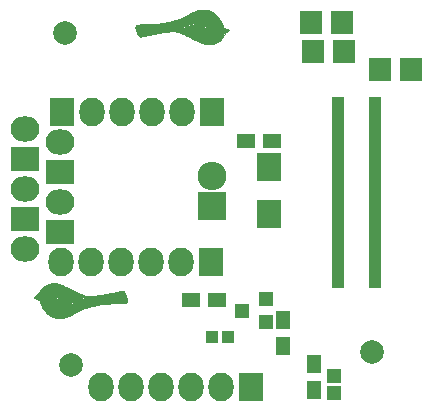
<source format=gts>
G04 #@! TF.FileFunction,Soldermask,Top*
%FSLAX46Y46*%
G04 Gerber Fmt 4.6, Leading zero omitted, Abs format (unit mm)*
G04 Created by KiCad (PCBNEW 4.0.1-stable) date Wednesday, March 23, 2016 'PMt' 11:14:25 PM*
%MOMM*%
G01*
G04 APERTURE LIST*
%ADD10C,0.100000*%
%ADD11C,0.010000*%
%ADD12C,2.000000*%
%ADD13O,2.432000X2.127200*%
%ADD14R,2.432000X2.127200*%
%ADD15R,1.901140X0.798780*%
%ADD16R,2.000000X2.400000*%
%ADD17R,1.197560X1.197560*%
%ADD18R,1.300000X1.600000*%
%ADD19R,2.127200X2.432000*%
%ADD20O,2.127200X2.432000*%
%ADD21R,2.432000X2.432000*%
%ADD22O,2.432000X2.432000*%
%ADD23R,1.100000X0.600000*%
%ADD24R,1.200100X1.200100*%
%ADD25R,1.600000X1.300000*%
%ADD26R,1.000000X1.100000*%
G04 APERTURE END LIST*
D10*
D11*
G36*
X147068969Y-95456897D02*
X147031134Y-95455122D01*
X146995237Y-95452050D01*
X146959588Y-95447549D01*
X146922501Y-95441488D01*
X146897463Y-95436774D01*
X146860495Y-95429127D01*
X146825230Y-95420944D01*
X146790622Y-95411892D01*
X146755624Y-95401636D01*
X146719191Y-95389844D01*
X146680278Y-95376182D01*
X146637839Y-95360316D01*
X146590827Y-95341912D01*
X146555263Y-95327594D01*
X146508042Y-95308195D01*
X146460102Y-95288057D01*
X146411041Y-95266989D01*
X146360453Y-95244801D01*
X146307934Y-95221305D01*
X146253079Y-95196311D01*
X146195486Y-95169628D01*
X146134749Y-95141068D01*
X146070464Y-95110441D01*
X146002227Y-95077558D01*
X145929635Y-95042228D01*
X145852281Y-95004263D01*
X145769764Y-94963472D01*
X145681677Y-94919667D01*
X145623915Y-94890823D01*
X145542201Y-94850036D01*
X145466268Y-94812302D01*
X145395642Y-94777404D01*
X145329851Y-94745125D01*
X145268423Y-94715248D01*
X145210885Y-94687556D01*
X145156765Y-94661833D01*
X145105591Y-94637862D01*
X145056889Y-94615425D01*
X145010189Y-94594305D01*
X144965018Y-94574286D01*
X144920903Y-94555152D01*
X144877371Y-94536684D01*
X144833951Y-94518666D01*
X144790171Y-94500881D01*
X144745557Y-94483112D01*
X144699637Y-94465143D01*
X144682458Y-94458491D01*
X144658476Y-94449207D01*
X144636212Y-94440545D01*
X144616652Y-94432891D01*
X144600781Y-94426634D01*
X144589586Y-94422160D01*
X144584216Y-94419930D01*
X144574168Y-94415427D01*
X144589302Y-94396151D01*
X144601111Y-94382098D01*
X144617080Y-94364518D01*
X144636079Y-94344551D01*
X144656977Y-94323337D01*
X144678643Y-94302014D01*
X144699945Y-94281723D01*
X144719754Y-94263603D01*
X144728319Y-94256080D01*
X144803898Y-94194961D01*
X144885648Y-94136762D01*
X144973253Y-94081625D01*
X145066399Y-94029694D01*
X145164769Y-93981114D01*
X145268048Y-93936027D01*
X145375921Y-93894578D01*
X145488072Y-93856909D01*
X145604186Y-93823165D01*
X145723946Y-93793490D01*
X145763722Y-93784719D01*
X145822747Y-93772433D01*
X145876586Y-93761987D01*
X145926795Y-93753123D01*
X145974926Y-93745587D01*
X146022531Y-93739123D01*
X146071165Y-93733474D01*
X146081222Y-93732412D01*
X146101268Y-93730815D01*
X146126488Y-93729562D01*
X146155561Y-93728652D01*
X146187167Y-93728087D01*
X146219986Y-93727866D01*
X146252697Y-93727989D01*
X146283980Y-93728457D01*
X146312515Y-93729270D01*
X146336981Y-93730428D01*
X146356059Y-93731931D01*
X146359917Y-93732371D01*
X146430413Y-93743641D01*
X146495332Y-93759223D01*
X146554686Y-93779125D01*
X146608489Y-93803358D01*
X146656754Y-93831929D01*
X146699494Y-93864848D01*
X146736725Y-93902125D01*
X146768458Y-93943767D01*
X146794708Y-93989784D01*
X146814186Y-94036444D01*
X146823436Y-94064664D01*
X146830050Y-94090210D01*
X146834389Y-94115330D01*
X146836811Y-94142274D01*
X146837677Y-94173290D01*
X146837689Y-94183310D01*
X146837494Y-94240217D01*
X146860459Y-94242570D01*
X146883423Y-94244922D01*
X146933181Y-94210990D01*
X146932739Y-94161641D01*
X146928754Y-94103410D01*
X146917973Y-94046659D01*
X146900573Y-93991805D01*
X146876733Y-93939268D01*
X146846631Y-93889464D01*
X146810446Y-93842812D01*
X146785226Y-93815845D01*
X146744590Y-93779000D01*
X146700860Y-93746629D01*
X146653528Y-93718509D01*
X146602089Y-93694416D01*
X146546034Y-93674127D01*
X146484857Y-93657416D01*
X146418052Y-93644062D01*
X146384611Y-93638887D01*
X146363545Y-93636611D01*
X146336697Y-93634815D01*
X146305325Y-93633500D01*
X146270685Y-93632666D01*
X146234034Y-93632312D01*
X146196631Y-93632438D01*
X146159731Y-93633044D01*
X146124593Y-93634130D01*
X146092474Y-93635697D01*
X146064630Y-93637743D01*
X146053000Y-93638912D01*
X145938753Y-93654085D01*
X145823621Y-93673945D01*
X145708476Y-93698230D01*
X145594191Y-93726679D01*
X145481641Y-93759031D01*
X145371697Y-93795025D01*
X145265234Y-93834400D01*
X145163124Y-93876894D01*
X145066240Y-93922246D01*
X145011392Y-93950502D01*
X144928282Y-93997249D01*
X144849342Y-94046369D01*
X144775019Y-94097513D01*
X144705759Y-94150332D01*
X144642007Y-94204478D01*
X144584209Y-94259603D01*
X144532812Y-94315357D01*
X144511120Y-94341520D01*
X144496411Y-94359428D01*
X144485353Y-94371741D01*
X144477679Y-94378733D01*
X144473122Y-94380678D01*
X144472894Y-94380627D01*
X144458318Y-94376988D01*
X144437871Y-94372861D01*
X144412704Y-94368412D01*
X144383971Y-94363807D01*
X144352826Y-94359213D01*
X144320421Y-94354796D01*
X144287909Y-94350724D01*
X144256444Y-94347163D01*
X144227179Y-94344280D01*
X144213264Y-94343107D01*
X144183004Y-94341370D01*
X144149491Y-94340689D01*
X144112279Y-94341091D01*
X144070925Y-94342602D01*
X144024983Y-94345250D01*
X143974009Y-94349062D01*
X143917559Y-94354063D01*
X143855188Y-94360281D01*
X143786452Y-94367744D01*
X143765236Y-94370147D01*
X143667304Y-94381961D01*
X143562890Y-94395747D01*
X143452274Y-94411456D01*
X143335733Y-94429038D01*
X143213546Y-94448441D01*
X143085989Y-94469614D01*
X142953343Y-94492508D01*
X142815883Y-94517072D01*
X142673890Y-94543254D01*
X142527640Y-94571005D01*
X142377412Y-94600273D01*
X142223483Y-94631009D01*
X142066133Y-94663160D01*
X141905639Y-94696678D01*
X141742279Y-94731511D01*
X141576331Y-94767608D01*
X141548028Y-94773834D01*
X141516495Y-94780732D01*
X141486427Y-94787213D01*
X141458674Y-94793101D01*
X141434087Y-94798220D01*
X141413516Y-94802393D01*
X141397814Y-94805444D01*
X141387830Y-94807196D01*
X141385750Y-94807480D01*
X141358371Y-94807397D01*
X141329403Y-94801802D01*
X141300663Y-94791360D01*
X141273968Y-94776737D01*
X141251137Y-94758600D01*
X141250423Y-94757903D01*
X141239666Y-94745542D01*
X141226441Y-94727416D01*
X141211127Y-94704218D01*
X141194102Y-94676638D01*
X141175747Y-94645367D01*
X141156438Y-94611098D01*
X141136556Y-94574521D01*
X141116479Y-94536329D01*
X141096585Y-94497211D01*
X141077253Y-94457861D01*
X141058863Y-94418969D01*
X141041792Y-94381226D01*
X141033062Y-94361112D01*
X141005582Y-94292172D01*
X140983705Y-94227247D01*
X140967436Y-94166369D01*
X140956780Y-94109572D01*
X140951742Y-94056888D01*
X140952326Y-94008350D01*
X140958538Y-93963992D01*
X140969697Y-93925645D01*
X140979279Y-93905383D01*
X140992842Y-93883470D01*
X141008641Y-93862372D01*
X141024928Y-93844559D01*
X141030911Y-93839140D01*
X141046300Y-93827229D01*
X141062919Y-93816713D01*
X141081311Y-93807482D01*
X141102022Y-93799426D01*
X141125594Y-93792435D01*
X141152573Y-93786398D01*
X141183502Y-93781206D01*
X141218926Y-93776748D01*
X141259388Y-93772914D01*
X141305433Y-93769595D01*
X141357604Y-93766679D01*
X141398097Y-93764818D01*
X141417868Y-93764039D01*
X141443696Y-93763124D01*
X141474584Y-93762103D01*
X141509536Y-93761006D01*
X141547554Y-93759863D01*
X141587643Y-93758706D01*
X141628805Y-93757563D01*
X141670044Y-93756466D01*
X141690903Y-93755930D01*
X141796868Y-93753135D01*
X141896377Y-93750272D01*
X141990029Y-93747312D01*
X142078424Y-93744226D01*
X142162160Y-93740984D01*
X142241838Y-93737556D01*
X142318056Y-93733914D01*
X142391413Y-93730028D01*
X142462509Y-93725868D01*
X142531944Y-93721405D01*
X142600317Y-93716610D01*
X142668226Y-93711452D01*
X142736271Y-93705904D01*
X142772167Y-93702832D01*
X142924575Y-93688516D01*
X143071084Y-93672499D01*
X143212686Y-93654574D01*
X143350371Y-93634538D01*
X143485131Y-93612187D01*
X143617958Y-93587314D01*
X143749844Y-93559717D01*
X143881779Y-93529189D01*
X144014756Y-93495527D01*
X144149766Y-93458526D01*
X144287801Y-93417982D01*
X144429851Y-93373689D01*
X144537819Y-93338484D01*
X144594471Y-93319585D01*
X144646899Y-93301819D01*
X144695676Y-93284921D01*
X144741373Y-93268623D01*
X144784563Y-93252660D01*
X144825816Y-93236765D01*
X144865705Y-93220673D01*
X144904801Y-93204116D01*
X144943675Y-93186830D01*
X144982901Y-93168548D01*
X145023048Y-93149003D01*
X145064690Y-93127929D01*
X145108398Y-93105061D01*
X145154743Y-93080131D01*
X145204297Y-93052875D01*
X145257632Y-93023025D01*
X145315320Y-92990316D01*
X145377932Y-92954481D01*
X145442694Y-92917185D01*
X145492887Y-92888257D01*
X145537657Y-92862550D01*
X145577661Y-92839702D01*
X145613555Y-92819352D01*
X145645994Y-92801137D01*
X145675635Y-92784697D01*
X145703134Y-92769670D01*
X145729147Y-92755693D01*
X145754330Y-92742406D01*
X145779338Y-92729446D01*
X145804828Y-92716451D01*
X145827222Y-92705180D01*
X145892539Y-92673259D01*
X145953326Y-92645298D01*
X146010631Y-92620936D01*
X146065499Y-92599812D01*
X146118978Y-92581564D01*
X146172115Y-92565831D01*
X146225957Y-92552252D01*
X146281551Y-92540463D01*
X146329025Y-92531906D01*
X146388301Y-92522525D01*
X146442886Y-92515151D01*
X146494804Y-92509623D01*
X146546074Y-92505777D01*
X146598721Y-92503450D01*
X146654766Y-92502478D01*
X146693292Y-92502491D01*
X146719880Y-92502691D01*
X146744924Y-92502949D01*
X146767330Y-92503249D01*
X146786003Y-92503574D01*
X146799851Y-92503908D01*
X146807777Y-92504233D01*
X146807944Y-92504245D01*
X146898991Y-92513260D01*
X146988800Y-92526904D01*
X147076515Y-92544958D01*
X147161282Y-92567202D01*
X147242244Y-92593417D01*
X147318545Y-92623381D01*
X147376209Y-92650183D01*
X147462043Y-92697081D01*
X147545670Y-92750623D01*
X147627012Y-92810727D01*
X147705994Y-92877310D01*
X147782539Y-92950292D01*
X147856571Y-93029589D01*
X147928015Y-93115121D01*
X147996793Y-93206804D01*
X148062829Y-93304558D01*
X148126048Y-93408299D01*
X148186373Y-93517947D01*
X148190700Y-93526254D01*
X148227707Y-93601266D01*
X148262221Y-93679011D01*
X148294600Y-93760420D01*
X148325202Y-93846426D01*
X148354388Y-93937961D01*
X148370890Y-93994242D01*
X148378457Y-94020831D01*
X148624194Y-94119956D01*
X148663671Y-94135931D01*
X148701187Y-94151209D01*
X148736234Y-94165578D01*
X148768306Y-94178827D01*
X148796898Y-94190743D01*
X148821502Y-94201113D01*
X148841612Y-94209726D01*
X148856722Y-94216370D01*
X148866326Y-94220832D01*
X148869917Y-94222899D01*
X148869931Y-94222945D01*
X148867356Y-94225822D01*
X148859885Y-94233035D01*
X148847902Y-94244238D01*
X148831787Y-94259083D01*
X148811922Y-94277224D01*
X148788690Y-94298314D01*
X148762471Y-94322006D01*
X148733649Y-94347952D01*
X148702605Y-94375807D01*
X148669720Y-94405222D01*
X148644153Y-94428034D01*
X148418375Y-94629259D01*
X148403997Y-94668978D01*
X148375662Y-94739052D01*
X148342414Y-94805955D01*
X148303848Y-94870293D01*
X148259555Y-94932676D01*
X148209130Y-94993713D01*
X148152165Y-95054010D01*
X148135776Y-95070083D01*
X148068462Y-95130261D01*
X147995870Y-95185941D01*
X147918266Y-95236990D01*
X147835914Y-95283278D01*
X147749079Y-95324670D01*
X147658026Y-95361036D01*
X147563021Y-95392242D01*
X147464329Y-95418158D01*
X147418250Y-95428166D01*
X147373853Y-95436803D01*
X147334131Y-95443573D01*
X147297021Y-95448705D01*
X147260460Y-95452428D01*
X147222386Y-95454971D01*
X147180735Y-95456561D01*
X147157194Y-95457084D01*
X147110426Y-95457507D01*
X147068969Y-95456897D01*
X147068969Y-95456897D01*
G37*
X147068969Y-95456897D02*
X147031134Y-95455122D01*
X146995237Y-95452050D01*
X146959588Y-95447549D01*
X146922501Y-95441488D01*
X146897463Y-95436774D01*
X146860495Y-95429127D01*
X146825230Y-95420944D01*
X146790622Y-95411892D01*
X146755624Y-95401636D01*
X146719191Y-95389844D01*
X146680278Y-95376182D01*
X146637839Y-95360316D01*
X146590827Y-95341912D01*
X146555263Y-95327594D01*
X146508042Y-95308195D01*
X146460102Y-95288057D01*
X146411041Y-95266989D01*
X146360453Y-95244801D01*
X146307934Y-95221305D01*
X146253079Y-95196311D01*
X146195486Y-95169628D01*
X146134749Y-95141068D01*
X146070464Y-95110441D01*
X146002227Y-95077558D01*
X145929635Y-95042228D01*
X145852281Y-95004263D01*
X145769764Y-94963472D01*
X145681677Y-94919667D01*
X145623915Y-94890823D01*
X145542201Y-94850036D01*
X145466268Y-94812302D01*
X145395642Y-94777404D01*
X145329851Y-94745125D01*
X145268423Y-94715248D01*
X145210885Y-94687556D01*
X145156765Y-94661833D01*
X145105591Y-94637862D01*
X145056889Y-94615425D01*
X145010189Y-94594305D01*
X144965018Y-94574286D01*
X144920903Y-94555152D01*
X144877371Y-94536684D01*
X144833951Y-94518666D01*
X144790171Y-94500881D01*
X144745557Y-94483112D01*
X144699637Y-94465143D01*
X144682458Y-94458491D01*
X144658476Y-94449207D01*
X144636212Y-94440545D01*
X144616652Y-94432891D01*
X144600781Y-94426634D01*
X144589586Y-94422160D01*
X144584216Y-94419930D01*
X144574168Y-94415427D01*
X144589302Y-94396151D01*
X144601111Y-94382098D01*
X144617080Y-94364518D01*
X144636079Y-94344551D01*
X144656977Y-94323337D01*
X144678643Y-94302014D01*
X144699945Y-94281723D01*
X144719754Y-94263603D01*
X144728319Y-94256080D01*
X144803898Y-94194961D01*
X144885648Y-94136762D01*
X144973253Y-94081625D01*
X145066399Y-94029694D01*
X145164769Y-93981114D01*
X145268048Y-93936027D01*
X145375921Y-93894578D01*
X145488072Y-93856909D01*
X145604186Y-93823165D01*
X145723946Y-93793490D01*
X145763722Y-93784719D01*
X145822747Y-93772433D01*
X145876586Y-93761987D01*
X145926795Y-93753123D01*
X145974926Y-93745587D01*
X146022531Y-93739123D01*
X146071165Y-93733474D01*
X146081222Y-93732412D01*
X146101268Y-93730815D01*
X146126488Y-93729562D01*
X146155561Y-93728652D01*
X146187167Y-93728087D01*
X146219986Y-93727866D01*
X146252697Y-93727989D01*
X146283980Y-93728457D01*
X146312515Y-93729270D01*
X146336981Y-93730428D01*
X146356059Y-93731931D01*
X146359917Y-93732371D01*
X146430413Y-93743641D01*
X146495332Y-93759223D01*
X146554686Y-93779125D01*
X146608489Y-93803358D01*
X146656754Y-93831929D01*
X146699494Y-93864848D01*
X146736725Y-93902125D01*
X146768458Y-93943767D01*
X146794708Y-93989784D01*
X146814186Y-94036444D01*
X146823436Y-94064664D01*
X146830050Y-94090210D01*
X146834389Y-94115330D01*
X146836811Y-94142274D01*
X146837677Y-94173290D01*
X146837689Y-94183310D01*
X146837494Y-94240217D01*
X146860459Y-94242570D01*
X146883423Y-94244922D01*
X146933181Y-94210990D01*
X146932739Y-94161641D01*
X146928754Y-94103410D01*
X146917973Y-94046659D01*
X146900573Y-93991805D01*
X146876733Y-93939268D01*
X146846631Y-93889464D01*
X146810446Y-93842812D01*
X146785226Y-93815845D01*
X146744590Y-93779000D01*
X146700860Y-93746629D01*
X146653528Y-93718509D01*
X146602089Y-93694416D01*
X146546034Y-93674127D01*
X146484857Y-93657416D01*
X146418052Y-93644062D01*
X146384611Y-93638887D01*
X146363545Y-93636611D01*
X146336697Y-93634815D01*
X146305325Y-93633500D01*
X146270685Y-93632666D01*
X146234034Y-93632312D01*
X146196631Y-93632438D01*
X146159731Y-93633044D01*
X146124593Y-93634130D01*
X146092474Y-93635697D01*
X146064630Y-93637743D01*
X146053000Y-93638912D01*
X145938753Y-93654085D01*
X145823621Y-93673945D01*
X145708476Y-93698230D01*
X145594191Y-93726679D01*
X145481641Y-93759031D01*
X145371697Y-93795025D01*
X145265234Y-93834400D01*
X145163124Y-93876894D01*
X145066240Y-93922246D01*
X145011392Y-93950502D01*
X144928282Y-93997249D01*
X144849342Y-94046369D01*
X144775019Y-94097513D01*
X144705759Y-94150332D01*
X144642007Y-94204478D01*
X144584209Y-94259603D01*
X144532812Y-94315357D01*
X144511120Y-94341520D01*
X144496411Y-94359428D01*
X144485353Y-94371741D01*
X144477679Y-94378733D01*
X144473122Y-94380678D01*
X144472894Y-94380627D01*
X144458318Y-94376988D01*
X144437871Y-94372861D01*
X144412704Y-94368412D01*
X144383971Y-94363807D01*
X144352826Y-94359213D01*
X144320421Y-94354796D01*
X144287909Y-94350724D01*
X144256444Y-94347163D01*
X144227179Y-94344280D01*
X144213264Y-94343107D01*
X144183004Y-94341370D01*
X144149491Y-94340689D01*
X144112279Y-94341091D01*
X144070925Y-94342602D01*
X144024983Y-94345250D01*
X143974009Y-94349062D01*
X143917559Y-94354063D01*
X143855188Y-94360281D01*
X143786452Y-94367744D01*
X143765236Y-94370147D01*
X143667304Y-94381961D01*
X143562890Y-94395747D01*
X143452274Y-94411456D01*
X143335733Y-94429038D01*
X143213546Y-94448441D01*
X143085989Y-94469614D01*
X142953343Y-94492508D01*
X142815883Y-94517072D01*
X142673890Y-94543254D01*
X142527640Y-94571005D01*
X142377412Y-94600273D01*
X142223483Y-94631009D01*
X142066133Y-94663160D01*
X141905639Y-94696678D01*
X141742279Y-94731511D01*
X141576331Y-94767608D01*
X141548028Y-94773834D01*
X141516495Y-94780732D01*
X141486427Y-94787213D01*
X141458674Y-94793101D01*
X141434087Y-94798220D01*
X141413516Y-94802393D01*
X141397814Y-94805444D01*
X141387830Y-94807196D01*
X141385750Y-94807480D01*
X141358371Y-94807397D01*
X141329403Y-94801802D01*
X141300663Y-94791360D01*
X141273968Y-94776737D01*
X141251137Y-94758600D01*
X141250423Y-94757903D01*
X141239666Y-94745542D01*
X141226441Y-94727416D01*
X141211127Y-94704218D01*
X141194102Y-94676638D01*
X141175747Y-94645367D01*
X141156438Y-94611098D01*
X141136556Y-94574521D01*
X141116479Y-94536329D01*
X141096585Y-94497211D01*
X141077253Y-94457861D01*
X141058863Y-94418969D01*
X141041792Y-94381226D01*
X141033062Y-94361112D01*
X141005582Y-94292172D01*
X140983705Y-94227247D01*
X140967436Y-94166369D01*
X140956780Y-94109572D01*
X140951742Y-94056888D01*
X140952326Y-94008350D01*
X140958538Y-93963992D01*
X140969697Y-93925645D01*
X140979279Y-93905383D01*
X140992842Y-93883470D01*
X141008641Y-93862372D01*
X141024928Y-93844559D01*
X141030911Y-93839140D01*
X141046300Y-93827229D01*
X141062919Y-93816713D01*
X141081311Y-93807482D01*
X141102022Y-93799426D01*
X141125594Y-93792435D01*
X141152573Y-93786398D01*
X141183502Y-93781206D01*
X141218926Y-93776748D01*
X141259388Y-93772914D01*
X141305433Y-93769595D01*
X141357604Y-93766679D01*
X141398097Y-93764818D01*
X141417868Y-93764039D01*
X141443696Y-93763124D01*
X141474584Y-93762103D01*
X141509536Y-93761006D01*
X141547554Y-93759863D01*
X141587643Y-93758706D01*
X141628805Y-93757563D01*
X141670044Y-93756466D01*
X141690903Y-93755930D01*
X141796868Y-93753135D01*
X141896377Y-93750272D01*
X141990029Y-93747312D01*
X142078424Y-93744226D01*
X142162160Y-93740984D01*
X142241838Y-93737556D01*
X142318056Y-93733914D01*
X142391413Y-93730028D01*
X142462509Y-93725868D01*
X142531944Y-93721405D01*
X142600317Y-93716610D01*
X142668226Y-93711452D01*
X142736271Y-93705904D01*
X142772167Y-93702832D01*
X142924575Y-93688516D01*
X143071084Y-93672499D01*
X143212686Y-93654574D01*
X143350371Y-93634538D01*
X143485131Y-93612187D01*
X143617958Y-93587314D01*
X143749844Y-93559717D01*
X143881779Y-93529189D01*
X144014756Y-93495527D01*
X144149766Y-93458526D01*
X144287801Y-93417982D01*
X144429851Y-93373689D01*
X144537819Y-93338484D01*
X144594471Y-93319585D01*
X144646899Y-93301819D01*
X144695676Y-93284921D01*
X144741373Y-93268623D01*
X144784563Y-93252660D01*
X144825816Y-93236765D01*
X144865705Y-93220673D01*
X144904801Y-93204116D01*
X144943675Y-93186830D01*
X144982901Y-93168548D01*
X145023048Y-93149003D01*
X145064690Y-93127929D01*
X145108398Y-93105061D01*
X145154743Y-93080131D01*
X145204297Y-93052875D01*
X145257632Y-93023025D01*
X145315320Y-92990316D01*
X145377932Y-92954481D01*
X145442694Y-92917185D01*
X145492887Y-92888257D01*
X145537657Y-92862550D01*
X145577661Y-92839702D01*
X145613555Y-92819352D01*
X145645994Y-92801137D01*
X145675635Y-92784697D01*
X145703134Y-92769670D01*
X145729147Y-92755693D01*
X145754330Y-92742406D01*
X145779338Y-92729446D01*
X145804828Y-92716451D01*
X145827222Y-92705180D01*
X145892539Y-92673259D01*
X145953326Y-92645298D01*
X146010631Y-92620936D01*
X146065499Y-92599812D01*
X146118978Y-92581564D01*
X146172115Y-92565831D01*
X146225957Y-92552252D01*
X146281551Y-92540463D01*
X146329025Y-92531906D01*
X146388301Y-92522525D01*
X146442886Y-92515151D01*
X146494804Y-92509623D01*
X146546074Y-92505777D01*
X146598721Y-92503450D01*
X146654766Y-92502478D01*
X146693292Y-92502491D01*
X146719880Y-92502691D01*
X146744924Y-92502949D01*
X146767330Y-92503249D01*
X146786003Y-92503574D01*
X146799851Y-92503908D01*
X146807777Y-92504233D01*
X146807944Y-92504245D01*
X146898991Y-92513260D01*
X146988800Y-92526904D01*
X147076515Y-92544958D01*
X147161282Y-92567202D01*
X147242244Y-92593417D01*
X147318545Y-92623381D01*
X147376209Y-92650183D01*
X147462043Y-92697081D01*
X147545670Y-92750623D01*
X147627012Y-92810727D01*
X147705994Y-92877310D01*
X147782539Y-92950292D01*
X147856571Y-93029589D01*
X147928015Y-93115121D01*
X147996793Y-93206804D01*
X148062829Y-93304558D01*
X148126048Y-93408299D01*
X148186373Y-93517947D01*
X148190700Y-93526254D01*
X148227707Y-93601266D01*
X148262221Y-93679011D01*
X148294600Y-93760420D01*
X148325202Y-93846426D01*
X148354388Y-93937961D01*
X148370890Y-93994242D01*
X148378457Y-94020831D01*
X148624194Y-94119956D01*
X148663671Y-94135931D01*
X148701187Y-94151209D01*
X148736234Y-94165578D01*
X148768306Y-94178827D01*
X148796898Y-94190743D01*
X148821502Y-94201113D01*
X148841612Y-94209726D01*
X148856722Y-94216370D01*
X148866326Y-94220832D01*
X148869917Y-94222899D01*
X148869931Y-94222945D01*
X148867356Y-94225822D01*
X148859885Y-94233035D01*
X148847902Y-94244238D01*
X148831787Y-94259083D01*
X148811922Y-94277224D01*
X148788690Y-94298314D01*
X148762471Y-94322006D01*
X148733649Y-94347952D01*
X148702605Y-94375807D01*
X148669720Y-94405222D01*
X148644153Y-94428034D01*
X148418375Y-94629259D01*
X148403997Y-94668978D01*
X148375662Y-94739052D01*
X148342414Y-94805955D01*
X148303848Y-94870293D01*
X148259555Y-94932676D01*
X148209130Y-94993713D01*
X148152165Y-95054010D01*
X148135776Y-95070083D01*
X148068462Y-95130261D01*
X147995870Y-95185941D01*
X147918266Y-95236990D01*
X147835914Y-95283278D01*
X147749079Y-95324670D01*
X147658026Y-95361036D01*
X147563021Y-95392242D01*
X147464329Y-95418158D01*
X147418250Y-95428166D01*
X147373853Y-95436803D01*
X147334131Y-95443573D01*
X147297021Y-95448705D01*
X147260460Y-95452428D01*
X147222386Y-95454971D01*
X147180735Y-95456561D01*
X147157194Y-95457084D01*
X147110426Y-95457507D01*
X147068969Y-95456897D01*
G36*
X134125029Y-115670793D02*
X134162864Y-115672568D01*
X134198761Y-115675640D01*
X134234410Y-115680141D01*
X134271497Y-115686202D01*
X134296535Y-115690916D01*
X134333503Y-115698563D01*
X134368768Y-115706746D01*
X134403376Y-115715798D01*
X134438374Y-115726054D01*
X134474807Y-115737846D01*
X134513720Y-115751508D01*
X134556159Y-115767374D01*
X134603171Y-115785778D01*
X134638735Y-115800096D01*
X134685956Y-115819495D01*
X134733896Y-115839633D01*
X134782957Y-115860701D01*
X134833545Y-115882889D01*
X134886064Y-115906385D01*
X134940919Y-115931379D01*
X134998512Y-115958062D01*
X135059249Y-115986622D01*
X135123534Y-116017249D01*
X135191771Y-116050132D01*
X135264363Y-116085462D01*
X135341717Y-116123427D01*
X135424234Y-116164218D01*
X135512321Y-116208023D01*
X135570083Y-116236867D01*
X135651797Y-116277654D01*
X135727730Y-116315388D01*
X135798356Y-116350286D01*
X135864147Y-116382565D01*
X135925575Y-116412442D01*
X135983113Y-116440134D01*
X136037233Y-116465857D01*
X136088407Y-116489828D01*
X136137109Y-116512265D01*
X136183809Y-116533385D01*
X136228980Y-116553404D01*
X136273095Y-116572538D01*
X136316627Y-116591006D01*
X136360047Y-116609024D01*
X136403827Y-116626809D01*
X136448441Y-116644578D01*
X136494361Y-116662547D01*
X136511540Y-116669199D01*
X136535522Y-116678483D01*
X136557786Y-116687145D01*
X136577346Y-116694799D01*
X136593217Y-116701056D01*
X136604412Y-116705530D01*
X136609782Y-116707760D01*
X136619830Y-116712263D01*
X136604696Y-116731539D01*
X136592887Y-116745592D01*
X136576918Y-116763172D01*
X136557919Y-116783139D01*
X136537021Y-116804353D01*
X136515355Y-116825676D01*
X136494053Y-116845967D01*
X136474244Y-116864087D01*
X136465679Y-116871610D01*
X136390100Y-116932729D01*
X136308350Y-116990928D01*
X136220745Y-117046065D01*
X136127599Y-117097996D01*
X136029229Y-117146576D01*
X135925950Y-117191663D01*
X135818077Y-117233112D01*
X135705926Y-117270781D01*
X135589812Y-117304525D01*
X135470052Y-117334200D01*
X135430276Y-117342971D01*
X135371251Y-117355257D01*
X135317412Y-117365703D01*
X135267203Y-117374567D01*
X135219072Y-117382103D01*
X135171467Y-117388567D01*
X135122833Y-117394216D01*
X135112776Y-117395278D01*
X135092730Y-117396875D01*
X135067510Y-117398128D01*
X135038437Y-117399038D01*
X135006831Y-117399603D01*
X134974012Y-117399824D01*
X134941301Y-117399701D01*
X134910018Y-117399233D01*
X134881483Y-117398420D01*
X134857017Y-117397262D01*
X134837939Y-117395759D01*
X134834081Y-117395319D01*
X134763585Y-117384049D01*
X134698666Y-117368467D01*
X134639312Y-117348565D01*
X134585509Y-117324332D01*
X134537244Y-117295761D01*
X134494504Y-117262842D01*
X134457273Y-117225565D01*
X134425540Y-117183923D01*
X134399290Y-117137906D01*
X134379812Y-117091246D01*
X134370562Y-117063026D01*
X134363948Y-117037480D01*
X134359609Y-117012360D01*
X134357187Y-116985416D01*
X134356321Y-116954400D01*
X134356309Y-116944380D01*
X134356504Y-116887473D01*
X134333539Y-116885120D01*
X134310575Y-116882768D01*
X134260817Y-116916700D01*
X134261259Y-116966049D01*
X134265244Y-117024280D01*
X134276025Y-117081031D01*
X134293425Y-117135885D01*
X134317265Y-117188422D01*
X134347367Y-117238226D01*
X134383552Y-117284878D01*
X134408772Y-117311845D01*
X134449408Y-117348690D01*
X134493138Y-117381061D01*
X134540470Y-117409181D01*
X134591909Y-117433274D01*
X134647964Y-117453563D01*
X134709141Y-117470274D01*
X134775946Y-117483628D01*
X134809387Y-117488803D01*
X134830453Y-117491079D01*
X134857301Y-117492875D01*
X134888673Y-117494190D01*
X134923313Y-117495024D01*
X134959964Y-117495378D01*
X134997367Y-117495252D01*
X135034267Y-117494646D01*
X135069405Y-117493560D01*
X135101524Y-117491993D01*
X135129368Y-117489947D01*
X135140998Y-117488778D01*
X135255245Y-117473605D01*
X135370377Y-117453745D01*
X135485522Y-117429460D01*
X135599807Y-117401011D01*
X135712357Y-117368659D01*
X135822301Y-117332665D01*
X135928764Y-117293290D01*
X136030874Y-117250796D01*
X136127758Y-117205444D01*
X136182606Y-117177188D01*
X136265716Y-117130441D01*
X136344656Y-117081321D01*
X136418979Y-117030177D01*
X136488239Y-116977358D01*
X136551991Y-116923212D01*
X136609789Y-116868087D01*
X136661186Y-116812333D01*
X136682878Y-116786170D01*
X136697587Y-116768262D01*
X136708645Y-116755949D01*
X136716319Y-116748957D01*
X136720876Y-116747012D01*
X136721104Y-116747063D01*
X136735680Y-116750702D01*
X136756127Y-116754829D01*
X136781294Y-116759278D01*
X136810027Y-116763883D01*
X136841172Y-116768477D01*
X136873577Y-116772894D01*
X136906089Y-116776966D01*
X136937554Y-116780527D01*
X136966819Y-116783410D01*
X136980734Y-116784583D01*
X137010994Y-116786320D01*
X137044507Y-116787001D01*
X137081719Y-116786599D01*
X137123073Y-116785088D01*
X137169015Y-116782440D01*
X137219989Y-116778628D01*
X137276439Y-116773627D01*
X137338810Y-116767409D01*
X137407546Y-116759946D01*
X137428762Y-116757543D01*
X137526694Y-116745729D01*
X137631108Y-116731943D01*
X137741724Y-116716234D01*
X137858265Y-116698652D01*
X137980452Y-116679249D01*
X138108009Y-116658076D01*
X138240655Y-116635182D01*
X138378115Y-116610618D01*
X138520108Y-116584436D01*
X138666358Y-116556685D01*
X138816586Y-116527417D01*
X138970515Y-116496681D01*
X139127865Y-116464530D01*
X139288359Y-116431012D01*
X139451719Y-116396179D01*
X139617667Y-116360082D01*
X139645970Y-116353856D01*
X139677503Y-116346958D01*
X139707571Y-116340477D01*
X139735324Y-116334589D01*
X139759911Y-116329470D01*
X139780482Y-116325297D01*
X139796184Y-116322246D01*
X139806168Y-116320494D01*
X139808248Y-116320210D01*
X139835627Y-116320293D01*
X139864595Y-116325888D01*
X139893335Y-116336330D01*
X139920030Y-116350953D01*
X139942861Y-116369090D01*
X139943575Y-116369787D01*
X139954332Y-116382148D01*
X139967557Y-116400274D01*
X139982871Y-116423472D01*
X139999896Y-116451052D01*
X140018251Y-116482323D01*
X140037560Y-116516592D01*
X140057442Y-116553169D01*
X140077519Y-116591361D01*
X140097413Y-116630479D01*
X140116745Y-116669829D01*
X140135135Y-116708721D01*
X140152206Y-116746464D01*
X140160936Y-116766578D01*
X140188416Y-116835518D01*
X140210293Y-116900443D01*
X140226562Y-116961321D01*
X140237218Y-117018118D01*
X140242256Y-117070802D01*
X140241672Y-117119340D01*
X140235460Y-117163698D01*
X140224301Y-117202045D01*
X140214719Y-117222307D01*
X140201156Y-117244220D01*
X140185357Y-117265318D01*
X140169070Y-117283131D01*
X140163087Y-117288550D01*
X140147698Y-117300461D01*
X140131079Y-117310977D01*
X140112687Y-117320208D01*
X140091976Y-117328264D01*
X140068404Y-117335255D01*
X140041425Y-117341292D01*
X140010496Y-117346484D01*
X139975072Y-117350942D01*
X139934610Y-117354776D01*
X139888565Y-117358095D01*
X139836394Y-117361011D01*
X139795901Y-117362872D01*
X139776130Y-117363651D01*
X139750302Y-117364566D01*
X139719414Y-117365587D01*
X139684462Y-117366684D01*
X139646444Y-117367827D01*
X139606355Y-117368984D01*
X139565193Y-117370127D01*
X139523954Y-117371224D01*
X139503095Y-117371760D01*
X139397130Y-117374555D01*
X139297621Y-117377418D01*
X139203969Y-117380378D01*
X139115574Y-117383464D01*
X139031838Y-117386706D01*
X138952160Y-117390134D01*
X138875942Y-117393776D01*
X138802585Y-117397662D01*
X138731489Y-117401822D01*
X138662054Y-117406285D01*
X138593681Y-117411080D01*
X138525772Y-117416238D01*
X138457727Y-117421786D01*
X138421831Y-117424858D01*
X138269423Y-117439174D01*
X138122914Y-117455191D01*
X137981312Y-117473116D01*
X137843627Y-117493152D01*
X137708867Y-117515503D01*
X137576040Y-117540376D01*
X137444154Y-117567973D01*
X137312219Y-117598501D01*
X137179242Y-117632163D01*
X137044232Y-117669164D01*
X136906197Y-117709708D01*
X136764147Y-117754001D01*
X136656179Y-117789206D01*
X136599527Y-117808105D01*
X136547099Y-117825871D01*
X136498322Y-117842769D01*
X136452625Y-117859067D01*
X136409435Y-117875030D01*
X136368182Y-117890925D01*
X136328293Y-117907017D01*
X136289197Y-117923574D01*
X136250323Y-117940860D01*
X136211097Y-117959142D01*
X136170950Y-117978687D01*
X136129308Y-117999761D01*
X136085600Y-118022629D01*
X136039255Y-118047559D01*
X135989701Y-118074815D01*
X135936366Y-118104665D01*
X135878678Y-118137374D01*
X135816066Y-118173209D01*
X135751304Y-118210505D01*
X135701111Y-118239433D01*
X135656341Y-118265140D01*
X135616337Y-118287988D01*
X135580443Y-118308338D01*
X135548004Y-118326553D01*
X135518363Y-118342993D01*
X135490864Y-118358020D01*
X135464851Y-118371997D01*
X135439668Y-118385284D01*
X135414660Y-118398244D01*
X135389170Y-118411239D01*
X135366776Y-118422510D01*
X135301459Y-118454431D01*
X135240672Y-118482392D01*
X135183367Y-118506754D01*
X135128499Y-118527878D01*
X135075020Y-118546126D01*
X135021883Y-118561859D01*
X134968041Y-118575438D01*
X134912447Y-118587227D01*
X134864973Y-118595784D01*
X134805697Y-118605165D01*
X134751112Y-118612539D01*
X134699194Y-118618067D01*
X134647924Y-118621913D01*
X134595277Y-118624240D01*
X134539232Y-118625212D01*
X134500706Y-118625199D01*
X134474118Y-118624999D01*
X134449074Y-118624741D01*
X134426668Y-118624441D01*
X134407995Y-118624116D01*
X134394147Y-118623782D01*
X134386221Y-118623457D01*
X134386054Y-118623445D01*
X134295007Y-118614430D01*
X134205198Y-118600786D01*
X134117483Y-118582732D01*
X134032716Y-118560488D01*
X133951754Y-118534273D01*
X133875453Y-118504309D01*
X133817789Y-118477507D01*
X133731955Y-118430609D01*
X133648328Y-118377067D01*
X133566986Y-118316963D01*
X133488004Y-118250380D01*
X133411459Y-118177398D01*
X133337427Y-118098101D01*
X133265983Y-118012569D01*
X133197205Y-117920886D01*
X133131169Y-117823132D01*
X133067950Y-117719391D01*
X133007625Y-117609743D01*
X133003298Y-117601436D01*
X132966291Y-117526424D01*
X132931777Y-117448679D01*
X132899398Y-117367270D01*
X132868796Y-117281264D01*
X132839610Y-117189729D01*
X132823108Y-117133448D01*
X132815541Y-117106859D01*
X132569804Y-117007734D01*
X132530327Y-116991759D01*
X132492811Y-116976481D01*
X132457764Y-116962112D01*
X132425692Y-116948863D01*
X132397100Y-116936947D01*
X132372496Y-116926577D01*
X132352386Y-116917964D01*
X132337276Y-116911320D01*
X132327672Y-116906858D01*
X132324081Y-116904791D01*
X132324067Y-116904745D01*
X132326642Y-116901868D01*
X132334113Y-116894655D01*
X132346096Y-116883452D01*
X132362211Y-116868607D01*
X132382076Y-116850466D01*
X132405308Y-116829376D01*
X132431527Y-116805684D01*
X132460349Y-116779738D01*
X132491393Y-116751883D01*
X132524278Y-116722468D01*
X132549845Y-116699656D01*
X132775623Y-116498431D01*
X132790001Y-116458712D01*
X132818336Y-116388638D01*
X132851584Y-116321735D01*
X132890150Y-116257397D01*
X132934443Y-116195014D01*
X132984868Y-116133977D01*
X133041833Y-116073680D01*
X133058222Y-116057607D01*
X133125536Y-115997429D01*
X133198128Y-115941749D01*
X133275732Y-115890700D01*
X133358084Y-115844412D01*
X133444919Y-115803020D01*
X133535972Y-115766654D01*
X133630977Y-115735448D01*
X133729669Y-115709532D01*
X133775748Y-115699524D01*
X133820145Y-115690887D01*
X133859867Y-115684117D01*
X133896977Y-115678985D01*
X133933538Y-115675262D01*
X133971612Y-115672719D01*
X134013263Y-115671129D01*
X134036804Y-115670606D01*
X134083572Y-115670183D01*
X134125029Y-115670793D01*
X134125029Y-115670793D01*
G37*
X134125029Y-115670793D02*
X134162864Y-115672568D01*
X134198761Y-115675640D01*
X134234410Y-115680141D01*
X134271497Y-115686202D01*
X134296535Y-115690916D01*
X134333503Y-115698563D01*
X134368768Y-115706746D01*
X134403376Y-115715798D01*
X134438374Y-115726054D01*
X134474807Y-115737846D01*
X134513720Y-115751508D01*
X134556159Y-115767374D01*
X134603171Y-115785778D01*
X134638735Y-115800096D01*
X134685956Y-115819495D01*
X134733896Y-115839633D01*
X134782957Y-115860701D01*
X134833545Y-115882889D01*
X134886064Y-115906385D01*
X134940919Y-115931379D01*
X134998512Y-115958062D01*
X135059249Y-115986622D01*
X135123534Y-116017249D01*
X135191771Y-116050132D01*
X135264363Y-116085462D01*
X135341717Y-116123427D01*
X135424234Y-116164218D01*
X135512321Y-116208023D01*
X135570083Y-116236867D01*
X135651797Y-116277654D01*
X135727730Y-116315388D01*
X135798356Y-116350286D01*
X135864147Y-116382565D01*
X135925575Y-116412442D01*
X135983113Y-116440134D01*
X136037233Y-116465857D01*
X136088407Y-116489828D01*
X136137109Y-116512265D01*
X136183809Y-116533385D01*
X136228980Y-116553404D01*
X136273095Y-116572538D01*
X136316627Y-116591006D01*
X136360047Y-116609024D01*
X136403827Y-116626809D01*
X136448441Y-116644578D01*
X136494361Y-116662547D01*
X136511540Y-116669199D01*
X136535522Y-116678483D01*
X136557786Y-116687145D01*
X136577346Y-116694799D01*
X136593217Y-116701056D01*
X136604412Y-116705530D01*
X136609782Y-116707760D01*
X136619830Y-116712263D01*
X136604696Y-116731539D01*
X136592887Y-116745592D01*
X136576918Y-116763172D01*
X136557919Y-116783139D01*
X136537021Y-116804353D01*
X136515355Y-116825676D01*
X136494053Y-116845967D01*
X136474244Y-116864087D01*
X136465679Y-116871610D01*
X136390100Y-116932729D01*
X136308350Y-116990928D01*
X136220745Y-117046065D01*
X136127599Y-117097996D01*
X136029229Y-117146576D01*
X135925950Y-117191663D01*
X135818077Y-117233112D01*
X135705926Y-117270781D01*
X135589812Y-117304525D01*
X135470052Y-117334200D01*
X135430276Y-117342971D01*
X135371251Y-117355257D01*
X135317412Y-117365703D01*
X135267203Y-117374567D01*
X135219072Y-117382103D01*
X135171467Y-117388567D01*
X135122833Y-117394216D01*
X135112776Y-117395278D01*
X135092730Y-117396875D01*
X135067510Y-117398128D01*
X135038437Y-117399038D01*
X135006831Y-117399603D01*
X134974012Y-117399824D01*
X134941301Y-117399701D01*
X134910018Y-117399233D01*
X134881483Y-117398420D01*
X134857017Y-117397262D01*
X134837939Y-117395759D01*
X134834081Y-117395319D01*
X134763585Y-117384049D01*
X134698666Y-117368467D01*
X134639312Y-117348565D01*
X134585509Y-117324332D01*
X134537244Y-117295761D01*
X134494504Y-117262842D01*
X134457273Y-117225565D01*
X134425540Y-117183923D01*
X134399290Y-117137906D01*
X134379812Y-117091246D01*
X134370562Y-117063026D01*
X134363948Y-117037480D01*
X134359609Y-117012360D01*
X134357187Y-116985416D01*
X134356321Y-116954400D01*
X134356309Y-116944380D01*
X134356504Y-116887473D01*
X134333539Y-116885120D01*
X134310575Y-116882768D01*
X134260817Y-116916700D01*
X134261259Y-116966049D01*
X134265244Y-117024280D01*
X134276025Y-117081031D01*
X134293425Y-117135885D01*
X134317265Y-117188422D01*
X134347367Y-117238226D01*
X134383552Y-117284878D01*
X134408772Y-117311845D01*
X134449408Y-117348690D01*
X134493138Y-117381061D01*
X134540470Y-117409181D01*
X134591909Y-117433274D01*
X134647964Y-117453563D01*
X134709141Y-117470274D01*
X134775946Y-117483628D01*
X134809387Y-117488803D01*
X134830453Y-117491079D01*
X134857301Y-117492875D01*
X134888673Y-117494190D01*
X134923313Y-117495024D01*
X134959964Y-117495378D01*
X134997367Y-117495252D01*
X135034267Y-117494646D01*
X135069405Y-117493560D01*
X135101524Y-117491993D01*
X135129368Y-117489947D01*
X135140998Y-117488778D01*
X135255245Y-117473605D01*
X135370377Y-117453745D01*
X135485522Y-117429460D01*
X135599807Y-117401011D01*
X135712357Y-117368659D01*
X135822301Y-117332665D01*
X135928764Y-117293290D01*
X136030874Y-117250796D01*
X136127758Y-117205444D01*
X136182606Y-117177188D01*
X136265716Y-117130441D01*
X136344656Y-117081321D01*
X136418979Y-117030177D01*
X136488239Y-116977358D01*
X136551991Y-116923212D01*
X136609789Y-116868087D01*
X136661186Y-116812333D01*
X136682878Y-116786170D01*
X136697587Y-116768262D01*
X136708645Y-116755949D01*
X136716319Y-116748957D01*
X136720876Y-116747012D01*
X136721104Y-116747063D01*
X136735680Y-116750702D01*
X136756127Y-116754829D01*
X136781294Y-116759278D01*
X136810027Y-116763883D01*
X136841172Y-116768477D01*
X136873577Y-116772894D01*
X136906089Y-116776966D01*
X136937554Y-116780527D01*
X136966819Y-116783410D01*
X136980734Y-116784583D01*
X137010994Y-116786320D01*
X137044507Y-116787001D01*
X137081719Y-116786599D01*
X137123073Y-116785088D01*
X137169015Y-116782440D01*
X137219989Y-116778628D01*
X137276439Y-116773627D01*
X137338810Y-116767409D01*
X137407546Y-116759946D01*
X137428762Y-116757543D01*
X137526694Y-116745729D01*
X137631108Y-116731943D01*
X137741724Y-116716234D01*
X137858265Y-116698652D01*
X137980452Y-116679249D01*
X138108009Y-116658076D01*
X138240655Y-116635182D01*
X138378115Y-116610618D01*
X138520108Y-116584436D01*
X138666358Y-116556685D01*
X138816586Y-116527417D01*
X138970515Y-116496681D01*
X139127865Y-116464530D01*
X139288359Y-116431012D01*
X139451719Y-116396179D01*
X139617667Y-116360082D01*
X139645970Y-116353856D01*
X139677503Y-116346958D01*
X139707571Y-116340477D01*
X139735324Y-116334589D01*
X139759911Y-116329470D01*
X139780482Y-116325297D01*
X139796184Y-116322246D01*
X139806168Y-116320494D01*
X139808248Y-116320210D01*
X139835627Y-116320293D01*
X139864595Y-116325888D01*
X139893335Y-116336330D01*
X139920030Y-116350953D01*
X139942861Y-116369090D01*
X139943575Y-116369787D01*
X139954332Y-116382148D01*
X139967557Y-116400274D01*
X139982871Y-116423472D01*
X139999896Y-116451052D01*
X140018251Y-116482323D01*
X140037560Y-116516592D01*
X140057442Y-116553169D01*
X140077519Y-116591361D01*
X140097413Y-116630479D01*
X140116745Y-116669829D01*
X140135135Y-116708721D01*
X140152206Y-116746464D01*
X140160936Y-116766578D01*
X140188416Y-116835518D01*
X140210293Y-116900443D01*
X140226562Y-116961321D01*
X140237218Y-117018118D01*
X140242256Y-117070802D01*
X140241672Y-117119340D01*
X140235460Y-117163698D01*
X140224301Y-117202045D01*
X140214719Y-117222307D01*
X140201156Y-117244220D01*
X140185357Y-117265318D01*
X140169070Y-117283131D01*
X140163087Y-117288550D01*
X140147698Y-117300461D01*
X140131079Y-117310977D01*
X140112687Y-117320208D01*
X140091976Y-117328264D01*
X140068404Y-117335255D01*
X140041425Y-117341292D01*
X140010496Y-117346484D01*
X139975072Y-117350942D01*
X139934610Y-117354776D01*
X139888565Y-117358095D01*
X139836394Y-117361011D01*
X139795901Y-117362872D01*
X139776130Y-117363651D01*
X139750302Y-117364566D01*
X139719414Y-117365587D01*
X139684462Y-117366684D01*
X139646444Y-117367827D01*
X139606355Y-117368984D01*
X139565193Y-117370127D01*
X139523954Y-117371224D01*
X139503095Y-117371760D01*
X139397130Y-117374555D01*
X139297621Y-117377418D01*
X139203969Y-117380378D01*
X139115574Y-117383464D01*
X139031838Y-117386706D01*
X138952160Y-117390134D01*
X138875942Y-117393776D01*
X138802585Y-117397662D01*
X138731489Y-117401822D01*
X138662054Y-117406285D01*
X138593681Y-117411080D01*
X138525772Y-117416238D01*
X138457727Y-117421786D01*
X138421831Y-117424858D01*
X138269423Y-117439174D01*
X138122914Y-117455191D01*
X137981312Y-117473116D01*
X137843627Y-117493152D01*
X137708867Y-117515503D01*
X137576040Y-117540376D01*
X137444154Y-117567973D01*
X137312219Y-117598501D01*
X137179242Y-117632163D01*
X137044232Y-117669164D01*
X136906197Y-117709708D01*
X136764147Y-117754001D01*
X136656179Y-117789206D01*
X136599527Y-117808105D01*
X136547099Y-117825871D01*
X136498322Y-117842769D01*
X136452625Y-117859067D01*
X136409435Y-117875030D01*
X136368182Y-117890925D01*
X136328293Y-117907017D01*
X136289197Y-117923574D01*
X136250323Y-117940860D01*
X136211097Y-117959142D01*
X136170950Y-117978687D01*
X136129308Y-117999761D01*
X136085600Y-118022629D01*
X136039255Y-118047559D01*
X135989701Y-118074815D01*
X135936366Y-118104665D01*
X135878678Y-118137374D01*
X135816066Y-118173209D01*
X135751304Y-118210505D01*
X135701111Y-118239433D01*
X135656341Y-118265140D01*
X135616337Y-118287988D01*
X135580443Y-118308338D01*
X135548004Y-118326553D01*
X135518363Y-118342993D01*
X135490864Y-118358020D01*
X135464851Y-118371997D01*
X135439668Y-118385284D01*
X135414660Y-118398244D01*
X135389170Y-118411239D01*
X135366776Y-118422510D01*
X135301459Y-118454431D01*
X135240672Y-118482392D01*
X135183367Y-118506754D01*
X135128499Y-118527878D01*
X135075020Y-118546126D01*
X135021883Y-118561859D01*
X134968041Y-118575438D01*
X134912447Y-118587227D01*
X134864973Y-118595784D01*
X134805697Y-118605165D01*
X134751112Y-118612539D01*
X134699194Y-118618067D01*
X134647924Y-118621913D01*
X134595277Y-118624240D01*
X134539232Y-118625212D01*
X134500706Y-118625199D01*
X134474118Y-118624999D01*
X134449074Y-118624741D01*
X134426668Y-118624441D01*
X134407995Y-118624116D01*
X134394147Y-118623782D01*
X134386221Y-118623457D01*
X134386054Y-118623445D01*
X134295007Y-118614430D01*
X134205198Y-118600786D01*
X134117483Y-118582732D01*
X134032716Y-118560488D01*
X133951754Y-118534273D01*
X133875453Y-118504309D01*
X133817789Y-118477507D01*
X133731955Y-118430609D01*
X133648328Y-118377067D01*
X133566986Y-118316963D01*
X133488004Y-118250380D01*
X133411459Y-118177398D01*
X133337427Y-118098101D01*
X133265983Y-118012569D01*
X133197205Y-117920886D01*
X133131169Y-117823132D01*
X133067950Y-117719391D01*
X133007625Y-117609743D01*
X133003298Y-117601436D01*
X132966291Y-117526424D01*
X132931777Y-117448679D01*
X132899398Y-117367270D01*
X132868796Y-117281264D01*
X132839610Y-117189729D01*
X132823108Y-117133448D01*
X132815541Y-117106859D01*
X132569804Y-117007734D01*
X132530327Y-116991759D01*
X132492811Y-116976481D01*
X132457764Y-116962112D01*
X132425692Y-116948863D01*
X132397100Y-116936947D01*
X132372496Y-116926577D01*
X132352386Y-116917964D01*
X132337276Y-116911320D01*
X132327672Y-116906858D01*
X132324081Y-116904791D01*
X132324067Y-116904745D01*
X132326642Y-116901868D01*
X132334113Y-116894655D01*
X132346096Y-116883452D01*
X132362211Y-116868607D01*
X132382076Y-116850466D01*
X132405308Y-116829376D01*
X132431527Y-116805684D01*
X132460349Y-116779738D01*
X132491393Y-116751883D01*
X132524278Y-116722468D01*
X132549845Y-116699656D01*
X132775623Y-116498431D01*
X132790001Y-116458712D01*
X132818336Y-116388638D01*
X132851584Y-116321735D01*
X132890150Y-116257397D01*
X132934443Y-116195014D01*
X132984868Y-116133977D01*
X133041833Y-116073680D01*
X133058222Y-116057607D01*
X133125536Y-115997429D01*
X133198128Y-115941749D01*
X133275732Y-115890700D01*
X133358084Y-115844412D01*
X133444919Y-115803020D01*
X133535972Y-115766654D01*
X133630977Y-115735448D01*
X133729669Y-115709532D01*
X133775748Y-115699524D01*
X133820145Y-115690887D01*
X133859867Y-115684117D01*
X133896977Y-115678985D01*
X133933538Y-115675262D01*
X133971612Y-115672719D01*
X134013263Y-115671129D01*
X134036804Y-115670606D01*
X134083572Y-115670183D01*
X134125029Y-115670793D01*
D12*
X135010000Y-94490000D03*
X160940000Y-121520000D03*
D13*
X131570000Y-112820000D03*
D14*
X131570000Y-110280000D03*
D13*
X131570000Y-107740000D03*
D14*
X131570000Y-105200000D03*
D13*
X131570000Y-102660000D03*
X134550000Y-103700000D03*
D14*
X134550000Y-106240000D03*
D13*
X134550000Y-108780000D03*
D14*
X134550000Y-111320000D03*
D15*
X158461920Y-94250000D03*
X158461920Y-93599760D03*
X158461920Y-92949520D03*
X155800000Y-92949520D03*
X155800000Y-93599760D03*
X155800000Y-94250000D03*
X164300000Y-98250000D03*
X164300000Y-97599760D03*
X164300000Y-96949520D03*
X161638080Y-96949520D03*
X161638080Y-97599760D03*
X161638080Y-98250000D03*
X158611920Y-96700000D03*
X158611920Y-96049760D03*
X158611920Y-95399520D03*
X155950000Y-95399520D03*
X155950000Y-96049760D03*
X155950000Y-96700000D03*
D16*
X152250000Y-105850000D03*
X152250000Y-109850000D03*
D17*
X157800000Y-123500700D03*
X157800000Y-124999300D03*
D18*
X156050000Y-124750000D03*
X156050000Y-122550000D03*
D19*
X147350000Y-113890000D03*
D20*
X144810000Y-113890000D03*
X142270000Y-113890000D03*
X139730000Y-113890000D03*
X137190000Y-113890000D03*
X134650000Y-113890000D03*
D19*
X147400000Y-101200000D03*
D20*
X144860000Y-101200000D03*
X142320000Y-101200000D03*
X139780000Y-101200000D03*
X137240000Y-101200000D03*
D19*
X134700000Y-101200000D03*
D21*
X147400000Y-109140000D03*
D22*
X147400000Y-106600000D03*
D23*
X161190000Y-100200000D03*
X161190000Y-100600000D03*
X161190000Y-101000000D03*
X161190000Y-101400000D03*
X161190000Y-101800000D03*
X161190000Y-102200000D03*
X161190000Y-102600000D03*
X161190000Y-103000000D03*
X161190000Y-103400000D03*
X161190000Y-103800000D03*
X161190000Y-107800000D03*
X161190000Y-107400000D03*
X161190000Y-107000000D03*
X161190000Y-106600000D03*
X161190000Y-106200000D03*
X161190000Y-105800000D03*
X161190000Y-105400000D03*
X161190000Y-105000000D03*
X161190000Y-104600000D03*
X161190000Y-104200000D03*
X161190000Y-108200000D03*
X161190000Y-108600000D03*
X161190000Y-109000000D03*
X161190000Y-109400000D03*
X161190000Y-109800000D03*
X161190000Y-110200000D03*
X161190000Y-110600000D03*
X161190000Y-111000000D03*
X161190000Y-111400000D03*
X161190000Y-111800000D03*
X161190000Y-115800000D03*
X161190000Y-115400000D03*
X161190000Y-115000000D03*
X161190000Y-114600000D03*
X161190000Y-114200000D03*
X161190000Y-113800000D03*
X161190000Y-113400000D03*
X161190000Y-113000000D03*
X161190000Y-112600000D03*
X161190000Y-112200000D03*
X158110000Y-112200000D03*
X158110000Y-112600000D03*
X158110000Y-113000000D03*
X158110000Y-113400000D03*
X158110000Y-113800000D03*
X158110000Y-114200000D03*
X158110000Y-114600000D03*
X158110000Y-115000000D03*
X158110000Y-115400000D03*
X158110000Y-115800000D03*
X158110000Y-111800000D03*
X158110000Y-111400000D03*
X158110000Y-111000000D03*
X158110000Y-110600000D03*
X158110000Y-110200000D03*
X158110000Y-109800000D03*
X158110000Y-109400000D03*
X158110000Y-109000000D03*
X158110000Y-108600000D03*
X158110000Y-108200000D03*
X158110000Y-104200000D03*
X158110000Y-104600000D03*
X158110000Y-105000000D03*
X158110000Y-105400000D03*
X158110000Y-105800000D03*
X158110000Y-106200000D03*
X158110000Y-106600000D03*
X158110000Y-107000000D03*
X158110000Y-107400000D03*
X158110000Y-107800000D03*
X158110000Y-103800000D03*
X158110000Y-103400000D03*
X158110000Y-103000000D03*
X158110000Y-102600000D03*
X158110000Y-102200000D03*
X158110000Y-101800000D03*
X158110000Y-101400000D03*
X158110000Y-101000000D03*
X158110000Y-100600000D03*
X158110000Y-100200000D03*
D19*
X150745000Y-124450000D03*
D20*
X148205000Y-124450000D03*
X145665000Y-124450000D03*
X143125000Y-124450000D03*
X140585000Y-124450000D03*
X138045000Y-124450000D03*
D24*
X151960760Y-118940000D03*
X151960760Y-117040000D03*
X149961780Y-117990000D03*
D25*
X145660000Y-117140000D03*
X147860000Y-117140000D03*
D18*
X153470000Y-118810000D03*
X153470000Y-121010000D03*
D25*
X152510000Y-103600000D03*
X150310000Y-103600000D03*
D26*
X148790000Y-120190000D03*
X147390000Y-120190000D03*
D12*
X135450000Y-122570000D03*
M02*

</source>
